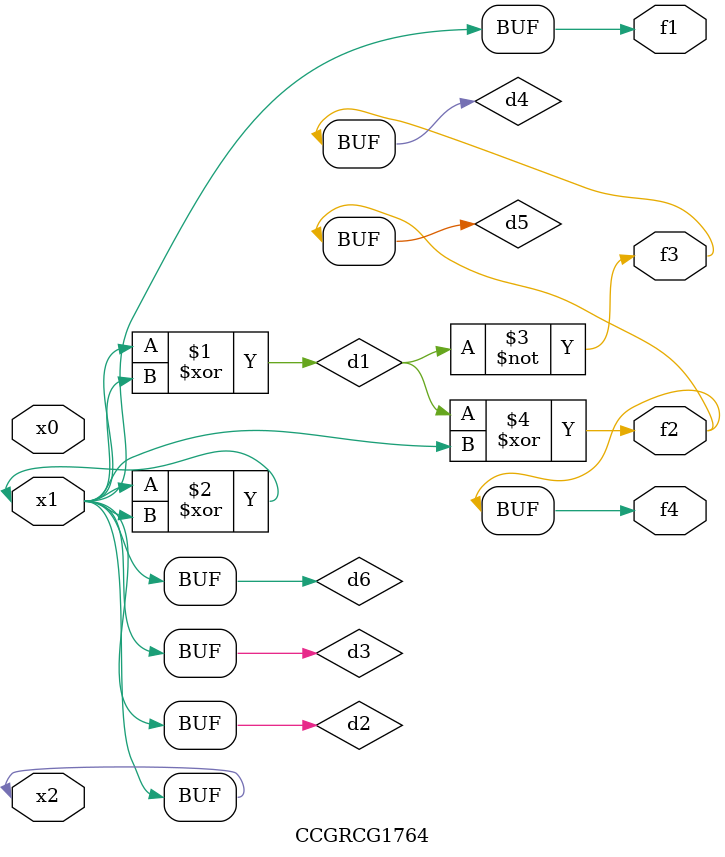
<source format=v>
module CCGRCG1764(
	input x0, x1, x2,
	output f1, f2, f3, f4
);

	wire d1, d2, d3, d4, d5, d6;

	xor (d1, x1, x2);
	buf (d2, x1, x2);
	xor (d3, x1, x2);
	nor (d4, d1);
	xor (d5, d1, d2);
	buf (d6, d2, d3);
	assign f1 = d6;
	assign f2 = d5;
	assign f3 = d4;
	assign f4 = d5;
endmodule

</source>
